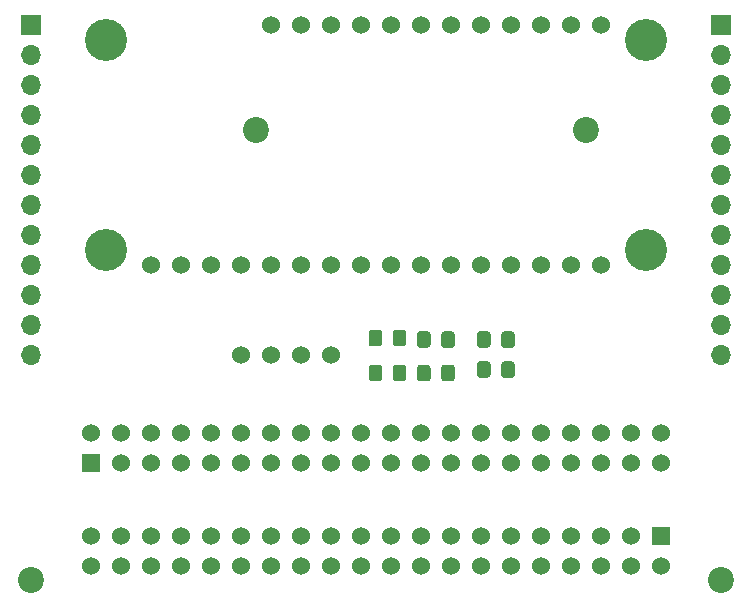
<source format=gbs>
%TF.GenerationSoftware,KiCad,Pcbnew,(5.1.6)-1*%
%TF.CreationDate,2020-10-07T23:45:22+02:00*%
%TF.ProjectId,RPI_FEATHER,5250495f-4645-4415-9448-45522e6b6963,rev?*%
%TF.SameCoordinates,Original*%
%TF.FileFunction,Soldermask,Bot*%
%TF.FilePolarity,Negative*%
%FSLAX46Y46*%
G04 Gerber Fmt 4.6, Leading zero omitted, Abs format (unit mm)*
G04 Created by KiCad (PCBNEW (5.1.6)-1) date 2020-10-07 23:45:22*
%MOMM*%
%LPD*%
G01*
G04 APERTURE LIST*
%ADD10C,1.524000*%
%ADD11R,1.524000X1.524000*%
%ADD12C,3.556000*%
%ADD13O,1.700000X1.700000*%
%ADD14R,1.700000X1.700000*%
%ADD15C,2.200000*%
G04 APERTURE END LIST*
D10*
%TO.C,PI2*%
X117912000Y-93276400D03*
X117912000Y-90736400D03*
X120452000Y-93276400D03*
X120452000Y-90736400D03*
X122992000Y-93276400D03*
X122992000Y-90736400D03*
X125532000Y-93276400D03*
X125532000Y-90736400D03*
X128072000Y-93276400D03*
X128072000Y-90736400D03*
X130612000Y-93276400D03*
X130612000Y-90736400D03*
X133152000Y-93276400D03*
X133152000Y-90736400D03*
X135692000Y-93276400D03*
X135692000Y-90736400D03*
X138232000Y-93276400D03*
X138232000Y-90736400D03*
X140772000Y-93276400D03*
X140772000Y-90736400D03*
X143312000Y-93276400D03*
X143312000Y-90736400D03*
X145852000Y-93276400D03*
X145852000Y-90736400D03*
X148392000Y-93276400D03*
X148392000Y-90736400D03*
X150932000Y-93276400D03*
X150932000Y-90736400D03*
X153472000Y-93276400D03*
X153472000Y-90736400D03*
X156012000Y-93276400D03*
X156012000Y-90736400D03*
X158552000Y-93276400D03*
X158552000Y-90736400D03*
X161092000Y-93276400D03*
X161092000Y-90736400D03*
X163632000Y-93276400D03*
X163632000Y-90736400D03*
X166172000Y-93276400D03*
D11*
X166172000Y-90736400D03*
%TD*%
D12*
%TO.C,U1*%
X164902000Y-66479400D03*
X119182000Y-66479400D03*
X164902000Y-48699400D03*
X119182000Y-48699400D03*
D10*
X161092000Y-47429400D03*
X158552000Y-47429400D03*
X156012000Y-47429400D03*
X153472000Y-47429400D03*
X150932000Y-47429400D03*
X148392000Y-47429400D03*
X145852000Y-47429400D03*
X143312000Y-47429400D03*
X140772000Y-47429400D03*
X138232000Y-47429400D03*
X135692000Y-47429400D03*
X133152000Y-47429400D03*
X161092000Y-67749400D03*
X158552000Y-67749400D03*
X156012000Y-67749400D03*
X153472000Y-67749400D03*
X150932000Y-67749400D03*
X148392000Y-67749400D03*
X145852000Y-67749400D03*
X143312000Y-67749400D03*
X140772000Y-67749400D03*
X138232000Y-67749400D03*
X135692000Y-67749400D03*
X133152000Y-67749400D03*
X130612000Y-67749400D03*
X128072000Y-67749400D03*
X125532000Y-67749400D03*
X122992000Y-67749400D03*
%TD*%
D11*
%TO.C,PI1*%
X117912000Y-84513400D03*
D10*
X117912000Y-81973400D03*
X120452000Y-84513400D03*
X120452000Y-81973400D03*
X122992000Y-84513400D03*
X122992000Y-81973400D03*
X125532000Y-84513400D03*
X125532000Y-81973400D03*
X128072000Y-84513400D03*
X128072000Y-81973400D03*
X130612000Y-84513400D03*
X130612000Y-81973400D03*
X133152000Y-84513400D03*
X133152000Y-81973400D03*
X135692000Y-84513400D03*
X135692000Y-81973400D03*
X138232000Y-84513400D03*
X138232000Y-81973400D03*
X140772000Y-84513400D03*
X140772000Y-81973400D03*
X143312000Y-84513400D03*
X143312000Y-81973400D03*
X145852000Y-84513400D03*
X145852000Y-81973400D03*
X148392000Y-84513400D03*
X148392000Y-81973400D03*
X150932000Y-84513400D03*
X150932000Y-81973400D03*
X153472000Y-84513400D03*
X153472000Y-81973400D03*
X156012000Y-84513400D03*
X156012000Y-81973400D03*
X158552000Y-84513400D03*
X158552000Y-81973400D03*
X161092000Y-84513400D03*
X161092000Y-81973400D03*
X163632000Y-84513400D03*
X163632000Y-81973400D03*
X166172000Y-84513400D03*
X166172000Y-81973400D03*
%TD*%
%TO.C,R1*%
G36*
G01*
X150602000Y-74549401D02*
X150602000Y-73649399D01*
G75*
G02*
X150851999Y-73399400I249999J0D01*
G01*
X151502001Y-73399400D01*
G75*
G02*
X151752000Y-73649399I0J-249999D01*
G01*
X151752000Y-74549401D01*
G75*
G02*
X151502001Y-74799400I-249999J0D01*
G01*
X150851999Y-74799400D01*
G75*
G02*
X150602000Y-74549401I0J249999D01*
G01*
G37*
G36*
G01*
X152652000Y-74549401D02*
X152652000Y-73649399D01*
G75*
G02*
X152901999Y-73399400I249999J0D01*
G01*
X153552001Y-73399400D01*
G75*
G02*
X153802000Y-73649399I0J-249999D01*
G01*
X153802000Y-74549401D01*
G75*
G02*
X153552001Y-74799400I-249999J0D01*
G01*
X152901999Y-74799400D01*
G75*
G02*
X152652000Y-74549401I0J249999D01*
G01*
G37*
%TD*%
%TO.C,R2*%
G36*
G01*
X152652000Y-77089401D02*
X152652000Y-76189399D01*
G75*
G02*
X152901999Y-75939400I249999J0D01*
G01*
X153552001Y-75939400D01*
G75*
G02*
X153802000Y-76189399I0J-249999D01*
G01*
X153802000Y-77089401D01*
G75*
G02*
X153552001Y-77339400I-249999J0D01*
G01*
X152901999Y-77339400D01*
G75*
G02*
X152652000Y-77089401I0J249999D01*
G01*
G37*
G36*
G01*
X150602000Y-77089401D02*
X150602000Y-76189399D01*
G75*
G02*
X150851999Y-75939400I249999J0D01*
G01*
X151502001Y-75939400D01*
G75*
G02*
X151752000Y-76189399I0J-249999D01*
G01*
X151752000Y-77089401D01*
G75*
G02*
X151502001Y-77339400I-249999J0D01*
G01*
X150851999Y-77339400D01*
G75*
G02*
X150602000Y-77089401I0J249999D01*
G01*
G37*
%TD*%
D13*
%TO.C,J1*%
X171252000Y-75369400D03*
X171252000Y-72829400D03*
X171252000Y-70289400D03*
X171252000Y-67749400D03*
X171252000Y-65209400D03*
X171252000Y-62669400D03*
X171252000Y-60129400D03*
X171252000Y-57589400D03*
X171252000Y-55049400D03*
X171252000Y-52509400D03*
X171252000Y-49969400D03*
D14*
X171252000Y-47429400D03*
%TD*%
%TO.C,J2*%
X112832000Y-47429400D03*
D13*
X112832000Y-49969400D03*
X112832000Y-52509400D03*
X112832000Y-55049400D03*
X112832000Y-57589400D03*
X112832000Y-60129400D03*
X112832000Y-62669400D03*
X112832000Y-65209400D03*
X112832000Y-67749400D03*
X112832000Y-70289400D03*
X112832000Y-72829400D03*
X112832000Y-75369400D03*
%TD*%
D10*
%TO.C,J3*%
X138232000Y-75369400D03*
X135692000Y-75369400D03*
X133152000Y-75369400D03*
X130612000Y-75369400D03*
%TD*%
%TO.C,R4*%
G36*
G01*
X143467000Y-77384401D02*
X143467000Y-76484399D01*
G75*
G02*
X143716999Y-76234400I249999J0D01*
G01*
X144367001Y-76234400D01*
G75*
G02*
X144617000Y-76484399I0J-249999D01*
G01*
X144617000Y-77384401D01*
G75*
G02*
X144367001Y-77634400I-249999J0D01*
G01*
X143716999Y-77634400D01*
G75*
G02*
X143467000Y-77384401I0J249999D01*
G01*
G37*
G36*
G01*
X141417000Y-77384401D02*
X141417000Y-76484399D01*
G75*
G02*
X141666999Y-76234400I249999J0D01*
G01*
X142317001Y-76234400D01*
G75*
G02*
X142567000Y-76484399I0J-249999D01*
G01*
X142567000Y-77384401D01*
G75*
G02*
X142317001Y-77634400I-249999J0D01*
G01*
X141666999Y-77634400D01*
G75*
G02*
X141417000Y-77384401I0J249999D01*
G01*
G37*
%TD*%
%TO.C,R5*%
G36*
G01*
X147572000Y-77384401D02*
X147572000Y-76484399D01*
G75*
G02*
X147821999Y-76234400I249999J0D01*
G01*
X148472001Y-76234400D01*
G75*
G02*
X148722000Y-76484399I0J-249999D01*
G01*
X148722000Y-77384401D01*
G75*
G02*
X148472001Y-77634400I-249999J0D01*
G01*
X147821999Y-77634400D01*
G75*
G02*
X147572000Y-77384401I0J249999D01*
G01*
G37*
G36*
G01*
X145522000Y-77384401D02*
X145522000Y-76484399D01*
G75*
G02*
X145771999Y-76234400I249999J0D01*
G01*
X146422001Y-76234400D01*
G75*
G02*
X146672000Y-76484399I0J-249999D01*
G01*
X146672000Y-77384401D01*
G75*
G02*
X146422001Y-77634400I-249999J0D01*
G01*
X145771999Y-77634400D01*
G75*
G02*
X145522000Y-77384401I0J249999D01*
G01*
G37*
%TD*%
%TO.C,R6*%
G36*
G01*
X145522000Y-74549401D02*
X145522000Y-73649399D01*
G75*
G02*
X145771999Y-73399400I249999J0D01*
G01*
X146422001Y-73399400D01*
G75*
G02*
X146672000Y-73649399I0J-249999D01*
G01*
X146672000Y-74549401D01*
G75*
G02*
X146422001Y-74799400I-249999J0D01*
G01*
X145771999Y-74799400D01*
G75*
G02*
X145522000Y-74549401I0J249999D01*
G01*
G37*
G36*
G01*
X147572000Y-74549401D02*
X147572000Y-73649399D01*
G75*
G02*
X147821999Y-73399400I249999J0D01*
G01*
X148472001Y-73399400D01*
G75*
G02*
X148722000Y-73649399I0J-249999D01*
G01*
X148722000Y-74549401D01*
G75*
G02*
X148472001Y-74799400I-249999J0D01*
G01*
X147821999Y-74799400D01*
G75*
G02*
X147572000Y-74549401I0J249999D01*
G01*
G37*
%TD*%
%TO.C,R7*%
G36*
G01*
X141417000Y-74434401D02*
X141417000Y-73534399D01*
G75*
G02*
X141666999Y-73284400I249999J0D01*
G01*
X142317001Y-73284400D01*
G75*
G02*
X142567000Y-73534399I0J-249999D01*
G01*
X142567000Y-74434401D01*
G75*
G02*
X142317001Y-74684400I-249999J0D01*
G01*
X141666999Y-74684400D01*
G75*
G02*
X141417000Y-74434401I0J249999D01*
G01*
G37*
G36*
G01*
X143467000Y-74434401D02*
X143467000Y-73534399D01*
G75*
G02*
X143716999Y-73284400I249999J0D01*
G01*
X144367001Y-73284400D01*
G75*
G02*
X144617000Y-73534399I0J-249999D01*
G01*
X144617000Y-74434401D01*
G75*
G02*
X144367001Y-74684400I-249999J0D01*
G01*
X143716999Y-74684400D01*
G75*
G02*
X143467000Y-74434401I0J249999D01*
G01*
G37*
%TD*%
D15*
%TO.C,H1*%
X112832000Y-94419400D03*
%TD*%
%TO.C,H2*%
X171252000Y-94419400D03*
%TD*%
%TO.C,H3*%
X131882000Y-56319400D03*
%TD*%
%TO.C,H4*%
X159822000Y-56319400D03*
%TD*%
M02*

</source>
